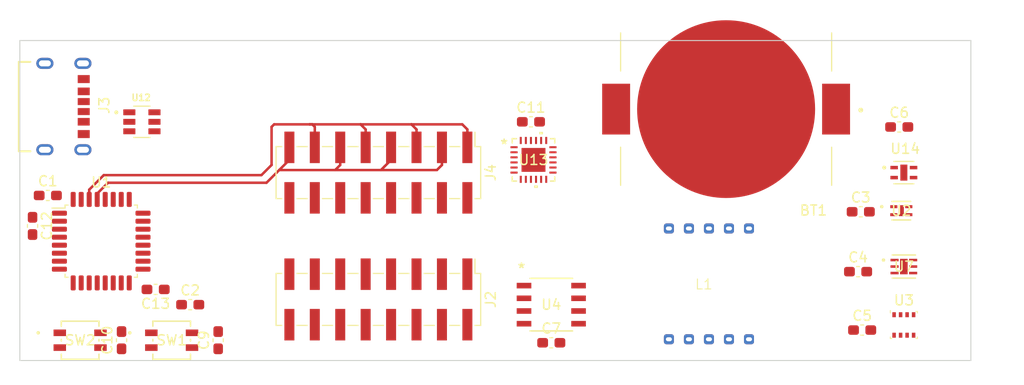
<source format=kicad_pcb>
(kicad_pcb (version 20221018) (generator pcbnew)
  (layers (0 "F.Cu" signal) (31 "B.Cu" signal) (34 "B.Paste" user) (35 "F.Paste" user) (36 "B.SilkS" user "B.Silkscreen") (37 "F.SilkS" user "F.Silkscreen") (38 "B.Mask" user) (39 "F.Mask" user) (44 "Edge.Cuts" user))
  (net 0 "")
  (net 1 "V_BUS_3V")
  (net 4 "BTN_0")
  (net 5 "GND")
  (net 13 "SDA_1")
  (net 14 "SCL_1")
  (net 15 "CS_1")
  (net 16 "CS_2")
  (net 17 "SCK_1")
  (net 18 "SDI_1")
  (net 19 "SDO_1")
  (net 20 "Net-(J2-Pin_2)")
  (net 21 "Net-(J2-Pin_4)")
  (net 22 "Net-(J2-Pin_6)")
  (net 23 "Net-(J2-Pin_8)")
  (net 24 "Net-(J2-Pin_10)")
  (net 25 "Net-(J2-Pin_14)")
  (net 26 "Net-(J2-Pin_12)")
  (net 27 "Net-(J2-Pin_16)")
  (net 28 "Net-(J3-GND-PadA12)")
  (net 29 "Net-(J3-VBUS-PadA9)")
  (net 32 "Net-(J3-SHIELD-PadS1)")
  (net 63 "BTN_1")
  (net 75 "Net-(J4-Pin_10)")
  (net 76 "Net-(J4-Pin_12)")
  (net 77 "Net-(J4-Pin_16)")
  (net 78 "Net-(J4-Pin_14)")
  (net 79 "Net-(J4-Pin_4)")
  (net 80 "Net-(J4-Pin_2)")
  (net 89 "Net-(J4-Pin_6)")
  (net 90 "Net-(J4-Pin_8)")
  (net 94 "NRST")
  (footprint "Capacitor_SMD:C_0603_1608Metric_Pad1.08x0.95mm_HandSolder" (layer "F.Cu") (at 112.0786 123.952)
    (fp_text reference "C5" (at 0 -1.43) (layer "F.SilkS"))
    (fp_text value "0.1uF")
    (pad "1" smd roundrect (at -0.8625 0) (size 1.075 0.95) (layers "F.Cu" "F.Paste" "F.Mask") (net 5 "GND"))
    (pad "2" smd roundrect (at 0.8625 0) (size 1.075 0.95) (layers "F.Cu" "F.Paste" "F.Mask") (net 1 "V_BUS_3V"))
  )
  (footprint "STTS22HTR:UDFN-6L_2X2X0P5_STM" (layer "F.Cu") (at 116.2431 117.602)
    (fp_text reference "U7" (at 0 0 unlocked) (layer "F.SilkS"))
    (fp_text value "STTS22HTR")
    (pad "1" smd rect (at -0.9271 -0.649999) (size 0.8128 0.254) (layers "F.Cu" "F.Paste" "F.Mask") (net 77 "Net-(J4-Pin_16)"))
    (pad "2" smd rect (at -0.9271 0) (size 0.8128 0.254) (layers "F.Cu" "F.Paste" "F.Mask"))
    (pad "3" smd rect (at -0.9271 0.649999) (size 0.8128 0.254) (layers "F.Cu" "F.Paste" "F.Mask") (net 1 "V_BUS_3V"))
    (pad "4" smd rect (at 0.9271 0.649999) (size 0.8128 0.254) (layers "F.Cu" "F.Paste" "F.Mask"))
    (pad "5" smd rect (at 0.9271 0) (size 0.8128 0.254) (layers "F.Cu" "F.Paste" "F.Mask") (net 5 "GND"))
    (pad "6" smd rect (at 0.9271 -0.649999) (size 0.8128 0.254) (layers "F.Cu" "F.Paste" "F.Mask") (net 78 "Net-(J4-Pin_14)"))
    (pad "7" smd rect (at 0 0) (size 0.762 1.5494) (layers "F.Cu" "F.Paste" "F.Mask"))
  )
  (footprint "SHT4x_SEN:SHT4x_SEN" (layer "F.Cu") (at 115.9891 112.014)
    (fp_text reference "U2" (at 0 0 unlocked) (layer "F.SilkS"))
    (fp_text value "SHT40-AD1B-R2")
    (pad "1" smd rect (at -0.7493 -0.399999) (size 0.7112 0.3048) (layers "F.Cu" "F.Paste" "F.Mask") (net 75 "Net-(J4-Pin_10)"))
    (pad "2" smd rect (at -0.7493 0.399999) (size 0.7112 0.3048) (layers "F.Cu" "F.Paste" "F.Mask") (net 76 "Net-(J4-Pin_12)"))
    (pad "3" smd rect (at 0.7493 0.399999) (size 0.7112 0.3048) (layers "F.Cu" "F.Paste" "F.Mask") (net 1 "V_BUS_3V"))
    (pad "4" smd rect (at 0.7493 -0.399999) (size 0.7112 0.3048) (layers "F.Cu" "F.Paste" "F.Mask") (net 5 "GND"))
    (pad "5" smd rect (at 0 0) (size 0.508 1.0922) (layers "F.Cu" "F.Paste" "F.Mask"))
  )
  (footprint "Capacitor_SMD:C_0603_1608Metric_Pad1.08x0.95mm_HandSolder" (layer "F.Cu") (at 111.9378 112.122001)
    (fp_text reference "C3" (at 0 -1.43) (layer "F.SilkS"))
    (fp_text value "0.1uF")
    (pad "1" smd roundrect (at -0.8625 0) (size 1.075 0.95) (layers "F.Cu" "F.Paste" "F.Mask") (net 1 "V_BUS_3V"))
    (pad "2" smd roundrect (at 0.8625 0) (size 1.075 0.95) (layers "F.Cu" "F.Paste" "F.Mask") (net 5 "GND"))
  )
  (footprint "Capacitor_SMD:C_0603_1608Metric_Pad1.08x0.95mm_HandSolder" (layer "F.Cu") (at 41.5025 119.888 180)
    (fp_text reference "C13" (at 0 -1.43) (layer "F.SilkS"))
    (fp_text value "0.1uF")
    (pad "1" smd roundrect (at -0.8625 0 180) (size 1.075 0.95) (layers "F.Cu" "F.Paste" "F.Mask") (net 5 "GND"))
    (pad "2" smd roundrect (at 0.8625 0 180) (size 1.075 0.95) (layers "F.Cu" "F.Paste" "F.Mask") (net 1 "V_BUS_3V"))
  )
  (footprint "Connector_PinHeader_2.54mm:PinHeader_2x08_P2.54mm_Vertical_SMD" (layer "F.Cu") (at 63.754 120.889 -90)
    (fp_text reference "J2" (at 0 -11.22 90) (layer "F.SilkS"))
    (fp_text value "Conn_02x08_Odd_Even")
    (pad "1" smd rect (at -2.525 -8.89 270) (size 3.15 1) (layers "F.Cu" "F.Paste" "F.Mask") (net 15 "CS_1"))
    (pad "2" smd rect (at 2.525 -8.89 270) (size 3.15 1) (layers "F.Cu" "F.Paste" "F.Mask") (net 20 "Net-(J2-Pin_2)"))
    (pad "3" smd rect (at -2.525 -6.35 270) (size 3.15 1) (layers "F.Cu" "F.Paste" "F.Mask") (net 18 "SDI_1"))
    (pad "4" smd rect (at 2.525 -6.35 270) (size 3.15 1) (layers "F.Cu" "F.Paste" "F.Mask") (net 21 "Net-(J2-Pin_4)"))
    (pad "5" smd rect (at -2.525 -3.81 270) (size 3.15 1) (layers "F.Cu" "F.Paste" "F.Mask") (net 19 "SDO_1"))
    (pad "6" smd rect (at 2.525 -3.81 270) (size 3.15 1) (layers "F.Cu" "F.Paste" "F.Mask") (net 22 "Net-(J2-Pin_6)"))
    (pad "7" smd rect (at -2.525 -1.27 270) (size 3.15 1) (layers "F.Cu" "F.Paste" "F.Mask") (net 17 "SCK_1"))
    (pad "8" smd rect (at 2.525 -1.27 270) (size 3.15 1) (layers "F.Cu" "F.Paste" "F.Mask") (net 23 "Net-(J2-Pin_8)"))
    (pad "9" smd rect (at -2.525 1.27 270) (size 3.15 1) (layers "F.Cu" "F.Paste" "F.Mask") (net 16 "CS_2"))
    (pad "10" smd rect (at 2.525 1.27 270) (size 3.15 1) (layers "F.Cu" "F.Paste" "F.Mask") (net 24 "Net-(J2-Pin_10)"))
    (pad "11" smd rect (at -2.525 3.81 270) (size 3.15 1) (layers "F.Cu" "F.Paste" "F.Mask") (net 18 "SDI_1"))
    (pad "12" smd rect (at 2.525 3.81 270) (size 3.15 1) (layers "F.Cu" "F.Paste" "F.Mask") (net 26 "Net-(J2-Pin_12)"))
    (pad "13" smd rect (at -2.525 6.35 270) (size 3.15 1) (layers "F.Cu" "F.Paste" "F.Mask") (net 19 "SDO_1"))
    (pad "14" smd rect (at 2.525 6.35 270) (size 3.15 1) (layers "F.Cu" "F.Paste" "F.Mask") (net 25 "Net-(J2-Pin_14)"))
    (pad "15" smd rect (at -2.525 8.89 270) (size 3.15 1) (layers "F.Cu" "F.Paste" "F.Mask") (net 17 "SCK_1"))
    (pad "16" smd rect (at 2.525 8.89 270) (size 3.15 1) (layers "F.Cu" "F.Paste" "F.Mask") (net 27 "Net-(J2-Pin_16)"))
  )
  (footprint "Capacitor_SMD:C_0603_1608Metric_Pad1.08x0.95mm_HandSolder" (layer "F.Cu") (at 111.6711 118.11)
    (fp_text reference "C4" (at 0 -1.43) (layer "F.SilkS"))
    (fp_text value "0.1uF")
    (pad "1" smd roundrect (at -0.8625 0) (size 1.075 0.95) (layers "F.Cu" "F.Paste" "F.Mask") (net 5 "GND"))
    (pad "2" smd roundrect (at 0.8625 0) (size 1.075 0.95) (layers "F.Cu" "F.Paste" "F.Mask") (net 1 "V_BUS_3V"))
  )
  (footprint "usb tvs:SOT95P280X145-6N" (layer "F.Cu") (at 40.132 103.124)
    (fp_text reference "U12" (at -0.078 -2.4189) (layer "F.SilkS") (effects (font (size 0.64 0.64))))
    (fp_text value "USBLC6-2SC6")
    (pad "1" smd roundrect (at -1.255 -0.95) (size 1.21 0.59) (layers "F.Cu" "F.Paste" "F.Mask") (roundrect_rratio 0.07))
    (pad "2" smd roundrect (at -1.255 0) (size 1.21 0.59) (layers "F.Cu" "F.Paste" "F.Mask") (roundrect_rratio 0.07))
    (pad "3" smd roundrect (at -1.255 0.95) (size 1.21 0.59) (layers "F.Cu" "F.Paste" "F.Mask") (roundrect_rratio 0.07))
    (pad "4" smd roundrect (at 1.255 0.95) (size 1.21 0.59) (layers "F.Cu" "F.Paste" "F.Mask") (roundrect_rratio 0.07))
    (pad "5" smd roundrect (at 1.255 0) (size 1.21 0.59) (layers "F.Cu" "F.Paste" "F.Mask") (roundrect_rratio 0.07))
    (pad "6" smd roundrect (at 1.255 -0.95) (size 1.21 0.59) (layers "F.Cu" "F.Paste" "F.Mask") (roundrect_rratio 0.07))
  )
  (footprint "Capacitor_SMD:C_0603_1608Metric_Pad1.08x0.95mm_HandSolder" (layer "F.Cu") (at 29.21 113.538 -90)
    (fp_text reference "C12" (at 0 -1.43 90) (layer "F.SilkS"))
    (fp_text value "0.1uF")
    (pad "1" smd roundrect (at -0.8625 0 270) (size 1.075 0.95) (layers "F.Cu" "F.Paste" "F.Mask") (net 5 "GND"))
    (pad "2" smd roundrect (at 0.8625 0 270) (size 1.075 0.95) (layers "F.Cu" "F.Paste" "F.Mask") (net 1 "V_BUS_3V"))
  )
  (footprint "BK-912-TR:MPD_BK-912-TR" (layer "F.Cu") (at 98.489 101.854 180)
    (fp_text reference "BT1" (at -8.725 -10.135 180) (layer "F.SilkS"))
    (fp_text value "BK-912-TR")
    (pad "1" smd rect (at -10.985 0 180) (size 2.79 5.08) (layers "F.Cu" "F.Paste" "F.Mask") (net 1 "V_BUS_3V"))
    (pad "2" smd rect (at 10.985 0 180) (size 2.79 5.08) (layers "F.Cu" "F.Paste" "F.Mask") (net 1 "V_BUS_3V"))
    (pad "3" smd circle (at 0 0 180) (size 17.78 17.78) (layers "F.Cu" "F.Paste" "F.Mask") (net 5 "GND"))
  )
  (footprint "SHT3:SON100P200X200X80-5N" (layer "F.Cu") (at 116.2431 108.204)
    (fp_text reference "U14" (at 0.138 -2.386) (layer "F.SilkS"))
    (fp_text value "SHTC3")
    (pad "1" smd roundrect (at -0.97 -0.5) (size 0.75 0.35) (layers "F.Cu" "F.Paste" "F.Mask") (roundrect_rratio 0.04) (net 1 "V_BUS_3V"))
    (pad "2" smd roundrect (at -0.97 0.5) (size 0.75 0.35) (layers "F.Cu" "F.Paste" "F.Mask") (roundrect_rratio 0.04) (net 90 "Net-(J4-Pin_8)"))
    (pad "3" smd roundrect (at 0.97 0.5) (size 0.75 0.35) (layers "F.Cu" "F.Paste" "F.Mask") (roundrect_rratio 0.04) (net 89 "Net-(J4-Pin_6)"))
    (pad "4" smd roundrect (at 0.97 -0.5) (size 0.75 0.35) (layers "F.Cu" "F.Paste" "F.Mask") (roundrect_rratio 0.04) (net 5 "GND"))
    (pad "5" smd rect (at 0 0) (size 0.7 1.6) (layers "F.Cu" "F.Paste" "F.Mask"))
  )
  (footprint "Capacitor_SMD:C_0603_1608Metric_Pad1.08x0.95mm_HandSolder" (layer "F.Cu") (at 81.026 125.222)
    (fp_text reference "C7" (at 0 -1.43) (layer "F.SilkS"))
    (fp_text value "0.1uF")
    (pad "1" smd roundrect (at -0.8625 0) (size 1.075 0.95) (layers "F.Cu" "F.Paste" "F.Mask") (net 5 "GND"))
    (pad "2" smd roundrect (at 0.8625 0) (size 1.075 0.95) (layers "F.Cu" "F.Paste" "F.Mask") (net 1 "V_BUS_3V"))
  )
  (footprint "Package_LGA:Bosch_LGA-8_2.5x2.5mm_P0.65mm_ClockwisePinNumbering" (layer "F.Cu") (at 116.2431 123.444)
    (fp_text reference "U3" (at 0.015 -2.465) (layer "F.SilkS"))
    (fp_text value "BME280")
    (pad "1" smd rect (at -0.975 -1.025 90) (size 0.5 0.35) (layers "F.Cu" "F.Paste" "F.Mask") (net 5 "GND"))
    (pad "2" smd rect (at -0.325 -1.025 90) (size 0.5 0.35) (layers "F.Cu" "F.Paste" "F.Mask") (net 20 "Net-(J2-Pin_2)"))
    (pad "3" smd rect (at 0.325 -1.025 90) (size 0.5 0.35) (layers "F.Cu" "F.Paste" "F.Mask") (net 21 "Net-(J2-Pin_4)"))
    (pad "4" smd rect (at 0.975 -1.025 90) (size 0.5 0.35) (layers "F.Cu" "F.Paste" "F.Mask") (net 22 "Net-(J2-Pin_6)"))
    (pad "5" smd rect (at 0.975 1.025 90) (size 0.5 0.35) (layers "F.Cu" "F.Paste" "F.Mask") (net 23 "Net-(J2-Pin_8)"))
    (pad "6" smd rect (at 0.325 1.025 90) (size 0.5 0.35) (layers "F.Cu" "F.Paste" "F.Mask"))
    (pad "7" smd rect (at -0.325 1.025 90) (size 0.5 0.35) (layers "F.Cu" "F.Paste" "F.Mask") (net 5 "GND"))
    (pad "8" smd rect (at -0.975 1.025 90) (size 0.5 0.35) (layers "F.Cu" "F.Paste" "F.Mask") (net 1 "V_BUS_3V"))
  )
  (footprint "Capacitor_SMD:C_0603_1608Metric_Pad1.08x0.95mm_HandSolder" (layer "F.Cu") (at 30.734 110.49)
    (fp_text reference "C1" (at 0 -1.43) (layer "F.SilkS"))
    (fp_text value "0.1uF")
    (pad "1" smd roundrect (at -0.8625 0) (size 1.075 0.95) (layers "F.Cu" "F.Paste" "F.Mask") (net 1 "V_BUS_3V"))
    (pad "2" smd roundrect (at 0.8625 0) (size 1.075 0.95) (layers "F.Cu" "F.Paste" "F.Mask") (net 5 "GND"))
  )
  (footprint "Library:lcd_ebay" (layer "F.Cu") (at 94.774 118.872)
    (fp_text reference "L1" (at 1.492 0.508 unlocked) (layer "F.SilkS") (effects (font (thickness 0.1))))
    (fp_text value "~")
    (pad "1" thru_hole roundrect (at -2 6) (size 1 1) (drill oval 0.6 0.4) (layers "*.Cu" "*.Mask"))
    (pad "2" thru_hole roundrect (at 0 6) (size 1 1) (drill oval 0.6 0.4) (layers "*.Cu" "*.Mask"))
    (pad "3" thru_hole roundrect (at 2 6) (size 1 1) (drill oval 0.6 0.4) (layers "*.Cu" "*.Mask"))
    (pad "4" thru_hole roundrect (at 4 6) (size 1 1) (drill oval 0.6 0.4) (layers "*.Cu" "*.Mask"))
    (pad "5" thru_hole roundrect (at 6 6) (size 1 1) (drill oval 0.6 0.4) (layers "*.Cu" "*.Mask"))
    (pad "6" thru_hole roundrect (at 6 -5.08) (size 1 1) (drill oval 0.6 0.4) (layers "*.Cu" "*.Mask"))
    (pad "7" thru_hole roundrect (at 4 -5.08) (size 1 1) (drill oval 0.6 0.4) (layers "*.Cu" "*.Mask"))
    (pad "8" thru_hole roundrect (at 2 -5.08) (size 1 1) (drill oval 0.6 0.4) (layers "*.Cu" "*.Mask"))
    (pad "9" thru_hole roundrect (at 0 -5.08) (size 1 1) (drill oval 0.6 0.4) (layers "*.Cu" "*.Mask"))
    (pad "10" thru_hole roundrect (at -2 -5.08) (size 1 1) (drill oval 0.6 0.4) (layers "*.Cu" "*.Mask"))
  )
  (footprint "Capacitor_SMD:C_0603_1608Metric_Pad1.08x0.95mm_HandSolder" (layer "F.Cu") (at 44.958 121.412)
    (fp_text reference "C2" (at 0 -1.43) (layer "F.SilkS"))
    (fp_text value "0.1uF")
    (pad "1" smd roundrect (at -0.8625 0) (size 1.075 0.95) (layers "F.Cu" "F.Paste" "F.Mask") (net 1 "V_BUS_3V"))
    (pad "2" smd roundrect (at 0.8625 0) (size 1.075 0.95) (layers "F.Cu" "F.Paste" "F.Mask") (net 5 "GND"))
  )
  (footprint "Capacitor_SMD:C_0603_1608Metric_Pad1.08x0.95mm_HandSolder" (layer "F.Cu") (at 78.994 103.124)
    (fp_text reference "C11" (at 0 -1.43) (layer "F.SilkS"))
    (fp_text value "0.1uF")
    (pad "1" smd roundrect (at -0.8625 0) (size 1.075 0.95) (layers "F.Cu" "F.Paste" "F.Mask") (net 5 "GND"))
    (pad "2" smd roundrect (at 0.8625 0) (size 1.075 0.95) (layers "F.Cu" "F.Paste" "F.Mask") (net 1 "V_BUS_3V"))
  )
  (footprint "sst25vf5:SOIC8_SA_SST_MCH" (layer "F.Cu") (at 81.026 121.412)
    (fp_text reference "U4" (at 0 0 unlocked) (layer "F.SilkS"))
    (fp_text value "sst25vf512a-33-4c-sae")
    (fp_text user "*" (at -2.97815 -3.6068) (layer "F.SilkS"))
    (fp_text user "*" (at -2.97815 -3.6068 unlocked) (layer "F.SilkS"))
    (pad "1" smd rect (at -2.72415 -1.905) (size 1.4605 0.5588) (layers "F.Cu" "F.Paste" "F.Mask") (net 24 "Net-(J2-Pin_10)"))
    (pad "2" smd rect (at -2.72415 -0.635) (size 1.4605 0.5588) (layers "F.Cu" "F.Paste" "F.Mask") (net 25 "Net-(J2-Pin_14)"))
    (pad "3" smd rect (at -2.72415 0.635) (size 1.4605 0.5588) (layers "F.Cu" "F.Paste" "F.Mask"))
    (pad "4" smd rect (at -2.72415 1.905) (size 1.4605 0.5588) (layers "F.Cu" "F.Paste" "F.Mask") (net 5 "GND"))
    (pad "5" smd rect (at 2.72415 1.905) (size 1.4605 0.5588) (layers "F.Cu" "F.Paste" "F.Mask") (net 26 "Net-(J2-Pin_12)"))
    (pad "6" smd rect (at 2.72415 0.635) (size 1.4605 0.5588) (layers "F.Cu" "F.Paste" "F.Mask") (net 27 "Net-(J2-Pin_16)"))
    (pad "7" smd rect (at 2.72415 -0.635) (size 1.4605 0.5588) (layers "F.Cu" "F.Paste" "F.Mask"))
    (pad "8" smd rect (at 2.72415 -1.905) (size 1.4605 0.5588) (layers "F.Cu" "F.Paste" "F.Mask") (net 1 "V_BUS_3V"))
  )
  (footprint "button EVQ:EVQ_P7_PAN" (layer "F.Cu") (at 43.1072 124.968)
    (fp_text reference "SW1" (at 0 0 unlocked) (layer "F.SilkS"))
    (fp_text value "EVQ-P7A01P")
    (pad "1" smd rect (at -2.032 -0.740001) (size 1.2446 0.6604) (layers "F.Cu" "F.Paste" "F.Mask") (net 4 "BTN_0"))
    (pad "1*" smd rect (at 2.032 -0.740001) (size 1.2446 0.6604) (layers "F.Cu" "F.Paste" "F.Mask") (net 1 "V_BUS_3V"))
    (pad "2" smd rect (at -2.032 0.740001) (size 1.2446 0.6604) (layers "F.Cu" "F.Paste" "F.Mask") (net 5 "GND"))
    (pad "2*" smd rect (at 2.032 0.740001) (size 1.2446 0.6604) (layers "F.Cu" "F.Paste" "F.Mask") (net 5 "GND"))
  )
  (footprint "Capacitor_SMD:C_0603_1608Metric_Pad1.08x0.95mm_HandSolder" (layer "F.Cu") (at 47.752 124.968 90)
    (fp_text reference "C9" (at 0 -1.43 90) (layer "F.SilkS"))
    (fp_text value "0.1uF")
    (pad "1" smd roundrect (at -0.8625 0 90) (size 1.075 0.95) (layers "F.Cu" "F.Paste" "F.Mask") (net 5 "GND"))
    (pad "2" smd roundrect (at 0.8625 0 90) (size 1.075 0.95) (layers "F.Cu" "F.Paste" "F.Mask") (net 1 "V_BUS_3V"))
  )
  (footprint "usb con:GCT_USB4125-GF-A_REVA2" (layer "F.Cu") (at 31.242 101.6 -90)
    (fp_text reference "J3" (at -0.125 -5.135 -90) (layer "F.SilkS"))
    (fp_text value "USB4125-GF-A_REVA2")
    (fp_poly (pts (xy -4.32 -3.85) (xy -4.349 -3.849) (xy -4.377 -3.847) (xy -4.406 -3.843) (xy -4.434 -3.838) (xy -4.462 -3.831) (xy -4.49 -3.823) (xy -4.517 -3.813) (xy -4.544 -3.802) (xy -4.57 -3.79) (xy -4.595 -3.776) (xy -4.62 -3.761) (xy -4.643 -3.745) (xy -4.666 -3.727) (xy -4.688 -3.709) (xy -4.709 -3.689) (xy -4.729 -3.668) (xy -4.747 -3.646) (xy -4.765 -3.623) (xy -4.781 -3.6) (xy -4.796 -3.575) (xy -4.81 -3.55) (xy -4.822 -3.524) (xy -4.833 -3.497) (xy -4.843 -3.47) (xy -4.851 -3.442) (xy -4.858 -3.414) (xy -4.863 -3.386) (xy -4.867 -3.357) (xy -4.869 -3.329) (xy -4.87 -3.3) (xy -4.87 -2.7) (xy -4.869 -2.671) (xy -4.867 -2.643) (xy -4.863 -2.614) (xy -4.858 -2.586) (xy -4.851 -2.558) (xy -4.843 -2.53) (xy -4.833 -2.503) (xy -4.822 -2.476) (xy -4.81 -2.45) (xy -4.796 -2.425) (xy -4.781 -2.4) (xy -4.765 -2.377) (xy -4.747 -2.354) (xy -4.729 -2.332) (xy -4.709 -2.311) (xy -4.688 -2.291) (xy -4.666 -2.273) (xy -4.643 -2.255) (xy -4.62 -2.239) (xy -4.595 -2.224) (xy -4.57 -2.21) (xy -4.544 -2.198) (xy -4.517 -2.187) (xy -4.49 -2.177) (xy -4.462 -2.169) (xy -4.434 -2.162) (xy -4.406 -2.157) (xy -4.377 -2.153) (xy -4.349 -2.151) (xy -4.32 -2.15) (xy -4.291 -2.151) (xy -4.263 -2.153) (xy -4.234 -2.157) (xy -4.206 -2.162) (xy -4.178 -2.169) (xy -4.15 -2.177) (xy -4.123 -2.187) (xy -4.096 -2.198) (xy -4.07 -2.21) (xy -4.045 -2.224) (xy -4.02 -2.239) (xy -3.997 -2.255) (xy -3.974 -2.273) (xy -3.952 -2.291) (xy -3.931 -2.311) (xy -3.911 -2.332) (xy -3.893 -2.354) (xy -3.875 -2.377) (xy -3.859 -2.4) (xy -3.844 -2.425) (xy -3.83 -2.45) (xy -3.818 -2.476) (xy -3.807 -2.503) (xy -3.797 -2.53) (xy -3.789 -2.558) (xy -3.782 -2.586) (xy -3.777 -2.614) (xy -3.773 -2.643) (xy -3.771 -2.671) (xy -3.77 -2.7) (xy -3.77 -3.3) (xy -3.771 -3.329) (xy -3.773 -3.357) (xy -3.777 -3.386) (xy -3.782 -3.414) (xy -3.789 -3.442) (xy -3.797 -3.47) (xy -3.807 -3.497) (xy -3.818 -3.524) (xy -3.83 -3.55) (xy -3.844 -3.575) (xy -3.859 -3.6) (xy -3.875 -3.623) (xy -3.893 -3.646) (xy -3.911 -3.668) (xy -3.931 -3.689) (xy -3.952 -3.709) (xy -3.974 -3.727) (xy -3.997 -3.745) (xy -4.02 -3.761) (xy -4.045 -3.776) (xy -4.07 -3.79) (xy -4.096 -3.802) (xy -4.123 -3.813) (xy -4.15 -3.823) (xy -4.178 -3.831) (xy -4.206 -3.838) (xy -4.234 -3.843) (xy -4.263 -3.847) (xy -4.291 -3.849) (xy -4.32 -3.85)) (stroke (width 0.01)) (fill solid) (layer "F.Cu"))
    (fp_poly (pts (xy -4.32 -0.05) (xy -4.349 -0.049) (xy -4.377 -0.047) (xy -4.406 -0.043) (xy -4.434 -0.038) (xy -4.462 -0.031) (xy -4.49 -0.023) (xy -4.517 -0.013) (xy -4.544 -0.002) (xy -4.57 0.01) (xy -4.595 0.024) (xy -4.62 0.039) (xy -4.643 0.055) (xy -4.666 0.073) (xy -4.688 0.091) (xy -4.709 0.111) (xy -4.729 0.132) (xy -4.747 0.154) (xy -4.765 0.177) (xy -4.781 0.2) (xy -4.796 0.225) (xy -4.81 0.25) (xy -4.822 0.276) (xy -4.833 0.303) (xy -4.843 0.33) (xy -4.851 0.358) (xy -4.858 0.386) (xy -4.863 0.414) (xy -4.867 0.443) (xy -4.869 0.471) (xy -4.87 0.5) (xy -4.87 1.1) (xy -4.869 1.129) (xy -4.867 1.157) (xy -4.863 1.186) (xy -4.858 1.214) (xy -4.851 1.242) (xy -4.843 1.27) (xy -4.833 1.297) (xy -4.822 1.324) (xy -4.81 1.35) (xy -4.796 1.375) (xy -4.781 1.4) (xy -4.765 1.423) (xy -4.747 1.446) (xy -4.729 1.468) (xy -4.709 1.489) (xy -4.688 1.509) (xy -4.666 1.527) (xy -4.643 1.545) (xy -4.62 1.561) (xy -4.595 1.576) (xy -4.57 1.59) (xy -4.544 1.602) (xy -4.517 1.613) (xy -4.49 1.623) (xy -4.462 1.631) (xy -4.434 1.638) (xy -4.406 1.643) (xy -4.377 1.647) (xy -4.349 1.649) (xy -4.32 1.65) (xy -4.291 1.649) (xy -4.263 1.647) (xy -4.234 1.643) (xy -4.206 1.638) (xy -4.178 1.631) (xy -4.15 1.623) (xy -4.123 1.613) (xy -4.096 1.602) (xy -4.07 1.59) (xy -4.045 1.576) (xy -4.02 1.561) (xy -3.997 1.545) (xy -3.974 1.527) (xy -3.952 1.509) (xy -3.931 1.489) (xy -3.911 1.468) (xy -3.893 1.446) (xy -3.875 1.423) (xy -3.859 1.4) (xy -3.844 1.375) (xy -3.83 1.35) (xy -3.818 1.324) (xy -3.807 1.297) (xy -3.797 1.27) (xy -3.789 1.242) (xy -3.782 1.214) (xy -3.777 1.186) (xy -3.773 1.157) (xy -3.771 1.129) (xy -3.77 1.1) (xy -3.77 0.5) (xy -3.771 0.471) (xy -3.773 0.443) (xy -3.777 0.414) (xy -3.782 0.386) (xy -3.789 0.358) (xy -3.797 0.33) (xy -3.807 0.303) (xy -3.818 0.276) (xy -3.83 0.25) (xy -3.844 0.225) (xy -3.859 0.2) (xy -3.875 0.177) (xy -3.893 0.154) (xy -3.911 0.132) (xy -3.931 0.111) (xy -3.952 0.091) (xy -3.974 0.073) (xy -3.997 0.055) (xy -4.02 0.039) (xy -4.045 0.024) (xy -4.07 0.01) (xy -4.096 -0.002) (xy -4.123 -0.013) (xy -4.15 -0.023) (xy -4.178 -0.031) (xy -4.206 -0.038) (xy -4.234 -0.043) (xy -4.263 -0.047) (xy -4.291 -0.049) (xy -4.32 -0.05)) (stroke (width 0.01)) (fill solid) (layer "F.Cu"))
    (fp_poly (pts (xy 4.32 -3.85) (xy 4.291 -3.849) (xy 4.263 -3.847) (xy 4.234 -3.843) (xy 4.206 -3.838) (xy 4.178 -3.831) (xy 4.15 -3.823) (xy 4.123 -3.813) (xy 4.096 -3.802) (xy 4.07 -3.79) (xy 4.045 -3.776) (xy 4.02 -3.761) (xy 3.997 -3.745) (xy 3.974 -3.727) (xy 3.952 -3.709) (xy 3.931 -3.689) (xy 3.911 -3.668) (xy 3.893 -3.646) (xy 3.875 -3.623) (xy 3.859 -3.6) (xy 3.844 -3.575) (xy 3.83 -3.55) (xy 3.818 -3.524) (xy 3.807 -3.497) (xy 3.797 -3.47) (xy 3.789 -3.442) (xy 3.782 -3.414) (xy 3.777 -3.386) (xy 3.773 -3.357) (xy 3.771 -3.329) (xy 3.77 -3.3) (xy 3.77 -2.7) (xy 3.771 -2.671) (xy 3.773 -2.643) (xy 3.777 -2.614) (xy 3.782 -2.586) (xy 3.789 -2.558) (xy 3.797 -2.53) (xy 3.807 -2.503) (xy 3.818 -2.476) (xy 3.83 -2.45) (xy 3.844 -2.425) (xy 3.859 -2.4) (xy 3.875 -2.377) (xy 3.893 -2.354) (xy 3.911 -2.332) (xy 3.931 -2.311) (xy 3.952 -2.291) (xy 3.974 -2.273) (xy 3.997 -2.255) (xy 4.02 -2.239) (xy 4.045 -2.224) (xy 4.07 -2.21) (xy 4.096 -2.198) (xy 4.123 -2.187) (xy 4.15 -2.177) (xy 4.178 -2.169) (xy 4.206 -2.162) (xy 4.234 -2.157) (xy 4.263 -2.153) (xy 4.291 -2.151) (xy 4.32 -2.15) (xy 4.349 -2.151) (xy 4.377 -2.153) (xy 4.406 -2.157) (xy 4.434 -2.162) (xy 4.462 -2.169) (xy 4.49 -2.177) (xy 4.517 -2.187) (xy 4.544 -2.198) (xy 4.57 -2.21) (xy 4.595 -2.224) (xy 4.62 -2.239) (xy 4.643 -2.255) (xy 4.666 -2.273) (xy 4.688 -2.291) (xy 4.709 -2.311) (xy 4.729 -2.332) (xy 4.747 -2.354) (xy 4.765 -2.377) (xy 4.781 -2.4) (xy 4.796 -2.425) (xy 4.81 -2.45) (xy 4.822 -2.476) (xy 4.833 -2.503) (xy 4.843 -2.53) (xy 4.851 -2.558) (xy 4.858 -2.586) (xy 4.863 -2.614) (xy 4.867 -2.643) (xy 4.869 -2.671) (xy 4.87 -2.7) (xy 4.87 -3.3) (xy 4.869 -3.329) (xy 4.867 -3.357) (xy 4.863 -3.386) (xy 4.858 -3.414) (xy 4.851 -3.442) (xy 4.843 -3.47) (xy 4.833 -3.497) (xy 4.822 -3.524) (xy 4.81 -3.55) (xy 4.796 -3.575) (xy 4.781 -3.6) (xy 4.765 -3.623) (xy 4.747 -3.646) (xy 4.729 -3.668) (xy 4.709 -3.689) (xy 4.688 -3.709) (xy 4.666 -3.727) (xy 4.643 -3.745) (xy 4.62 -3.761) (xy 4.595 -3.776) (xy 4.57 -3.79) (xy 4.544 -3.802) (xy 4.517 -3.813) (xy 4.49 -3.823) (xy 4.462 -3.831) (xy 4.434 -3.838) (xy 4.406 -3.843) (xy 4.377 -3.847) (xy 4.349 -3.849) (xy 4.32 -3.85)) (stroke (width 0.01)) (fill solid) (layer "F.Cu"))
    (fp_poly (pts (xy 4.32 -0.05) (xy 4.291 -0.049) (xy 4.263 -0.047) (xy 4.234 -0.043) (xy 4.206 -0.038) (xy 4.178 -0.031) (xy 4.15 -0.023) (xy 4.123 -0.013) (xy 4.096 -0.002) (xy 4.07 0.01) (xy 4.045 0.024) (xy 4.02 0.039) (xy 3.997 0.055) (xy 3.974 0.073) (xy 3.952 0.091) (xy 3.931 0.111) (xy 3.911 0.132) (xy 3.893 0.154) (xy 3.875 0.177) (xy 3.859 0.2) (xy 3.844 0.225) (xy 3.83 0.25) (xy 3.818 0.276) (xy 3.807 0.303) (xy 3.797 0.33) (xy 3.789 0.358) (xy 3.782 0.386) (xy 3.777 0.414) (xy 3.773 0.443) (xy 3.771 0.471) (xy 3.77 0.5) (xy 3.77 1.1) (xy 3.771 1.129) (xy 3.773 1.157) (xy 3.777 1.186) (xy 3.782 1.214) (xy 3.789 1.242) (xy 3.797 1.27) (xy 3.807 1.297) (xy 3.818 1.324) (xy 3.83 1.35) (xy 3.844 1.375) (xy 3.859 1.4) (xy 3.875 1.423) (xy 3.893 1.446) (xy 3.911 1.468) (xy 3.931 1.489) (xy 3.952 1.509) (xy 3.974 1.527) (xy 3.997 1.545) (xy 4.02 1.561) (xy 4.045 1.576) (xy 4.07 1.59) (xy 4.096 1.602) (xy 4.123 1.613) (xy 4.15 1.623) (xy 4.178 1.631) (xy 4.206 1.638) (xy 4.234 1.643) (xy 4.263 1.647) (xy 4.291 1.649) (xy 4.32 1.65) (xy 4.349 1.649) (xy 4.377 1.647) (xy 4.406 1.643) (xy 4.434 1.638) (xy 4.462 1.631) (xy 4.49 1.623) (xy 4.517 1.613) (xy 4.544 1.602) (xy 4.57 1.59) (xy 4.595 1.576) (xy 4.62 1.561) (xy 4.643 1.545) (xy 4.666 1.527) (xy 4.688 1.509) (xy 4.709 1.489) (xy 4.729 1.468) (xy 4.747 1.446) (xy 4.765 1.423) (xy 4.781 1.4) (xy 4.796 1.375) (xy 4.81 1.35) (xy 4.822 1.324) (xy 4.833 1.297) (xy 4.843 1.27) (xy 4.851 1.242) (xy 4.858 1.214) (xy 4.863 1.186) (xy 4.867 1.157) (xy 4.869 1.129) (xy 4.87 1.1) (xy 4.87 0.5) (xy 4.869 0.471) (xy 4.867 0.443) (xy 4.863 0.414) (xy 4.858 0.386) (xy 4.851 0.358) (xy 4.843 0.33) (xy 4.833 0.303) (xy 4.822 0.276) (xy 4.81 0.25) (xy 4.796 0.225) (xy 4.781 0.2) (xy 4.765 0.177) (xy 4.747 0.154) (xy 4.729 0.132) (xy 4.709 0.111) (xy 4.688 0.091) (xy 4.666 0.073) (xy 4.643 0.055) (xy 4.62 0.039) (xy 4.595 0.024) (xy 4.57 0.01) (xy 4.544 -0.002) (xy 4.517 -0.013) (xy 4.49 -0.023) (xy 4.462 -0.031) (xy 4.434 -0.038) (xy 4.406 -0.043) (xy 4.377 -0.047) (xy 4.349 -0.049) (xy 4.32 -0.05)) (stroke (width 0.01)) (fill solid) (layer "F.Cu"))
    (fp_poly (pts (xy -4.32 -3.85) (xy -4.349 -3.849) (xy -4.377 -3.847) (xy -4.406 -3.843) (xy -4.434 -3.838) (xy -4.462 -3.831) (xy -4.49 -3.823) (xy -4.517 -3.813) (xy -4.544 -3.802) (xy -4.57 -3.79) (xy -4.595 -3.776) (xy -4.62 -3.761) (xy -4.643 -3.745) (xy -4.666 -3.727) (xy -4.688 -3.709) (xy -4.709 -3.689) (xy -4.729 -3.668) (xy -4.747 -3.646) (xy -4.765 -3.623) (xy -4.781 -3.6) (xy -4.796 -3.575) (xy -4.81 -3.55) (xy -4.822 -3.524) (xy -4.833 -3.497) (xy -4.843 -3.47) (xy -4.851 -3.442) (xy -4.858 -3.414) (xy -4.863 -3.386) (xy -4.867 -3.357) (xy -4.869 -3.329) (xy -4.87 -3.3) (xy -4.87 -2.7) (xy -4.869 -2.671) (xy -4.867 -2.643) (xy -4.863 -2.614) (xy -4.858 -2.586) (xy -4.851 -2.558) (xy -4.843 -2.53) (xy -4.833 -2.503) (xy -4.822 -2.476) (xy -4.81 -2.45) (xy -4.796 -2.425) (xy -4.781 -2.4) (xy -4.765 -2.377) (xy -4.747 -2.354) (xy -4.729 -2.332) (xy -4.709 -2.311) (xy -4.688 -2.291) (xy -4.666 -2.273) (xy -4.643 -2.255) (xy -4.62 -2.239) (xy -4.595 -2.224) (xy -4.57 -2.21) (xy -4.544 -2.198) (xy -4.517 -2.187) (xy -4.49 -2.177) (xy -4.462 -2.169) (xy -4.434 -2.162) (xy -4.406 -2.157) (xy -4.377 -2.153) (xy -4.349 -2.151) (xy -4.32 -2.15) (xy -4.291 -2.151) (xy -4.263 -2.153) (xy -4.234 -2.157) (xy -4.206 -2.162) (xy -4.178 -2.169) (xy -4.15 -2.177) (xy -4.123 -2.187) (xy -4.096 -2.198) (xy -4.07 -2.21) (xy -4.045 -2.224) (xy -4.02 -2.239) (xy -3.997 -2.255) (xy -3.974 -2.273) (xy -3.952 -2.291) (xy -3.931 -2.311) (xy -3.911 -2.332) (xy -3.893 -2.354) (xy -3.875 -2.377) (xy -3.859 -2.4) (xy -3.844 -2.425) (xy -3.83 -2.45) (xy -3.818 -2.476) (xy -3.807 -2.503) (xy -3.797 -2.53) (xy -3.789 -2.558) (xy -3.782 -2.586) (xy -3.777 -2.614) (xy -3.773 -2.643) (xy -3.771 -2.671) (xy -3.77 -2.7) (xy -3.77 -3.3) (xy -3.771 -3.329) (xy -3.773 -3.357) (xy -3.777 -3.386) (xy -3.782 -3.414) (xy -3.789 -3.442) (xy -3.797 -3.47) (xy -3.807 -3.497) (xy -3.818 -3.524) (xy -3.83 -3.55) (xy -3.844 -3.575) (xy -3.859 -3.6) (xy -3.875 -3.623) (xy -3.893 -3.646) (xy -3.911 -3.668) (xy -3.931 -3.689) (xy -3.952 -3.709) (xy -3.974 -3.727) (xy -3.997 -3.745) (xy -4.02 -3.761) (xy -4.045 -3.776) (xy -4.07 -3.79) (xy -4.096 -3.802) (xy -4.123 -3.813) (xy -4.15 -3.823) (xy -4.178 -3.831) (xy -4.206 -3.838) (xy -4.234 -3.843) (xy -4.263 -3.847) (xy -4.291 -3.849) (xy -4.32 -3.85)) (stroke (width 0.01)) (fill solid) (layer "B.Cu"))
    (fp_poly (pts (xy -4.32 -0.05) (xy -4.349 -0.049) (xy -4.377 -0.047) (xy -4.406 -0.043) (xy -4.434 -0.038) (xy -4.462 -0.031) (xy -4.49 -0.023) (xy -4.517 -0.013) (xy -4.544 -0.002) (xy -4.57 0.01) (xy -4.595 0.024) (xy -4.62 0.039) (xy -4.643 0.055) (xy -4.666 0.073) (xy -4.688 0.091) (xy -4.709 0.111) (xy -4.729 0.132) (xy -4.747 0.154) (xy -4.765 0.177) (xy -4.781 0.2) (xy -4.796 0.225) (xy -4.81 0.25) (xy -4.822 0.276) (xy -4.833 0.303) (xy -4.843 0.33) (xy -4.851 0.358) (xy -4.858 0.386) (xy -4.863 0.414) (xy -4.867 0.443) (xy -4.869 0.471) (xy -4.87 0.5) (xy -4.87 1.1) (xy -4.869 1.129) (xy -4.867 1.157) (xy -4.863 1.186) (xy -4.858 1.214) (xy -4.851 1.242) (xy -4.843 1.27) (xy -4.833 1.297) (xy -4.822 1.324) (xy -4.81 1.35) (xy -4.796 1.375) (xy -4.781 1.4) (xy -4.765 1.423) (xy -4.747 1.446) (xy -4.729 1.468) (xy -4.709 1.489) (xy -4.688 1.509) (xy -4.666 1.527) (xy -4.643 1.545) (xy -4.62 1.561) (xy -4.595 1.576) (xy -4.57 1.59) (xy -4.544 1.602) (xy -4.517 1.613) (xy -4.49 1.623) (xy -4.462 1.631) (xy -4.434 1.638) (xy -4.406 1.643) (xy -4.377 1.647) (xy -4.349 1.649) (xy -4.32 1.65) (xy -4.291 1.649) (xy -4.263 1.647) (xy -4.234 1.643) (xy -4.206 1.638) (xy -4.178 1.631) (xy -4.15 1.623) (xy -4.123 1.613) (xy -4.096 1.602) (xy -4.07 1.59) (xy -4.045 1.576) (xy -4.02 1.561) (xy -3.997 1.545) (xy -3.974 1.527) (xy -3.952 1.509) (xy -3.931 1.489) (xy -3.911 1.468) (xy -3.893 1.446) (xy -3.875 1.423) (xy -3.859 1.4) (xy -3.844 1.375) (xy -3.83 1.35) (xy -3.818 1.324) (xy -3.807 1.297) (xy -3.797 1.27) (xy -3.789 1.242) (xy -3.782 1.214) (xy -3.777 1.186) (xy -3.773 1.157) (xy -3.771 1.129) (xy -3.77 1.1) (xy -3.77 0.5) (xy -3.771 0.471) (xy -3.773 0.443) (xy -3.777 0.414) (xy -3.782 0.386) (xy -3.789 0.358) (xy -3.797 0.33) (xy -3.807 0.303) (xy -3.818 0.276) (xy -3.83 0.25) (xy -3.844 0.225) (xy -3.859 0.2) (xy -3.875 0.177) (xy -3.893 0.154) (xy -3.911 0.132) (xy -3.931 0.111) (xy -3.952 0.091) (xy -3.974 0.073) (xy -3.997 0.055) (xy -4.02 0.039) (xy -4.045 0.024) (xy -4.07 0.01) (xy -4.096 -0.002) (xy -4.123 -0.013) (xy -4.15 -0.023) (xy -4.178 -0.031) (xy -4.206 -0.038) (xy -4.234 -0.043) (xy -4.263 -0.047) (xy -4.291 -0.049) (xy -4.32 -0.05)) (stroke (width 0.01)) (fill solid) (layer "B.Cu"))
    (fp_poly (pts (xy 4.32 -3.85) (xy 4.291 -3.849) (xy 4.263 -3.847) (xy 4.234 -3.843) (xy 4.206 -3.838) (xy 4.178 -3.831) (xy 4.15 -3.823) (xy 4.123 -3.813) (xy 4.096 -3.802) (xy 4.07 -3.79) (xy 4.045 -3.776) (xy 4.02 -3.761) (xy 3.997 -3.745) (xy 3.974 -3.727) (xy 3.952 -3.709) (xy 3.931 -3.689) (xy 3.911 -3.668) (xy 3.893 -3.646) (xy 3.875 -3.623) (xy 3.859 -3.6) (xy 3.844 -3.575) (xy 3.83 -3.55) (xy 3.818 -3.524) (xy 3.807 -3.497) (xy 3.797 -3.47) (xy 3.789 -3.442) (xy 3.782 -3.414) (xy 3.777 -3.386) (xy 3.773 -3.357) (xy 3.771 -3.329) (xy 3.77 -3.3) (xy 3.77 -2.7) (xy 3.771 -2.671) (xy 3.773 -2.643) (xy 3.777 -2.614) (xy 3.782 -2.586) (xy 3.789 -2.558) (xy 3.797 -2.53) (xy 3.807 -2.503) (xy 3.818 -2.476) (xy 3.83 -2.45) (xy 3.844 -2.425) (xy 3.859 -2.4) (xy 3.875 -2.377) (xy 3.893 -2.354) (xy 3.911 -2.332) (xy 3.931 -2.311) (xy 3.952 -2.291) (xy 3.974 -2.273) (xy 3.997 -2.255) (xy 4.02 -2.239) (xy 4.045 -2.224) (xy 4.07 -2.21) (xy 4.096 -2.198) (xy 4.123 -2.187) (xy 4.15 -2.177) (xy 4.178 -2.169) (xy 4.206 -2.162) (xy 4.234 -2.157) (xy 4.263 -2.153) (xy 4.291 -2.151) (xy 4.32 -2.15) (xy 4.349 -2.151) (xy 4.377 -2.153) (xy 4.406 -2.157) (xy 4.434 -2.162) (xy 4.462 -2.169) (xy 4.49 -2.177) (xy 4.517 -2.187) (xy 4.544 -2.198) (xy 4.57 -2.21) (xy 4.595 -2.224) (xy 4.62 -2.239) (xy 4.643 -2.255) (xy 4.666 -2.273) (xy 4.688 -2.291) (xy 4.709 -2.311) (xy 4.729 -2.332) (xy 4.747 -2.354) (xy 4.765 -2.377) (xy 4.781 -2.4) (xy 4.796 -2.425) (xy 4.81 -2.45) (xy 4.822 -2.476) (xy 4.833 -2.503) (xy 4.843 -2.53) (xy 4.851 -2.558) (xy 4.858 -2.586) (xy 4.863 -2.614) (xy 4.867 -2.643) (xy 4.869 -2.671) (xy 4.87 -2.7) (xy 4.87 -3.3) (xy 4.869 -3.329) (xy 4.867 -3.357) (xy 4.863 -3.386) (xy 4.858 -3.414) (xy 4.851 -3.442) (xy 4.843 -3.47) (xy 4.833 -3.497) (xy 4.822 -3.524) (xy 4.81 -3.55) (xy 4.796 -3.575) (xy 4.781 -3.6) (xy 4.765 -3.623) (xy 4.747 -3.646) (xy 4.729 -3.668) (xy 4.709 -3.689) (xy 4.688 -3.709) (xy 4.666 -3.727) (xy 4.643 -3.745) (xy 4.62 -3.761) (xy 4.595 -3.776) (xy 4.57 -3.79) (xy 4.544 -3.802) (xy 4.517 -3.813) (xy 4.49 -3.823) (xy 4.462 -3.831) (xy 4.434 -3.838) (xy 4.406 -3.843) (xy 4.377 -3.847) (xy 4.349 -3.849) (xy 4.32 -3.85)) (stroke (width 0.01)) (fill solid) (layer "B.Cu"))
    (fp_poly (pts (xy 4.32 -0.05) (xy 4.291 -0.049) (xy 4.263 -0.047) (xy 4.234 -0.043) (xy 4.206 -0.038) (xy 4.178 -0.031) (xy 4.15 -0.023) (xy 4.123 -0.013) (xy 4.096 -0.002) (xy 4.07 0.01) (xy 4.045 0.024) (xy 4.02 0.039) (xy 3.997 0.055) (xy 3.974 0.073) (xy 3.952 0.091) (xy 3.931 0.111) (xy 3.911 0.132) (xy 3.893 0.154) (xy 3.875 0.177) (xy 3.859 0.2) (xy 3.844 0.225) (xy 3.83 0.25) (xy 3.818 0.276) (xy 3.807 0.303) (xy 3.797 0.33) (xy 3.789 0.358) (xy 3.782 0.386) (xy 3.777 0.414) (xy 3.773 0.443) (xy 3.771 0.471) (xy 3.77 0.5) (xy 3.77 1.1) (xy 3.771 1.129) (xy 3.773 1.157) (xy 3.777 1.186) (xy 3.782 1.214) (xy 3.789 1.242) (xy 3.797 1.27) (xy 3.807 1.297) (xy 3.818 1.324) (xy 3.83 1.35) (xy 3.844 1.375) (xy 3.859 1.4) (xy 3.875 1.423) (xy 3.893 1.446) (xy 3.911 1.468) (xy 3.931 1.489) (xy 3.952 1.509) (xy 3.974 1.527) (xy 3.997 1.545) (xy 4.02 1.561) (xy 4.045 1.576) (xy 4.07 1.59) (xy 4.096 1.602) (xy 4.123 1.613) (xy 4.15 1.623) (xy 4.178 1.631) (xy 4.206 1.638) (xy 4.234 1.643) (xy 4.263 1.647) (xy 4.291 1.649) (xy 4.32 1.65) (xy 4.349 1.649) (xy 4.377 1.647) (xy 4.406 1.643) (xy 4.434 1.638) (xy 4.462 1.631) (xy 4.49 1.623) (xy 4.517 1.613) (xy 4.544 1.602) (xy 4.57 1.59) (xy 4.595 1.576) (xy 4.62 1.561) (xy 4.643 1.545) (xy 4.666 1.527) (xy 4.688 1.509) (xy 4.709 1.489) (xy 4.729 1.468) (xy 4.747 1.446) (xy 4.765 1.423) (xy 4.781 1.4) (xy 4.796 1.375) (xy 4.81 1.35) (xy 4.822 1.324) (xy 4.833 1.297) (xy 4.843 1.27) (xy 4.851 1.242) (xy 4.858 1.214) (xy 4.863 1.186) (xy 4.867 1.157) (xy 4.869 1.129) (xy 4.87 1.1) (xy 4.87 0.5) (xy 4.869 0.471) (xy 4.867 0.443) (xy 4.863 0.414) (xy 4.858 0.386) (xy 4.851 0.358) (xy 4.843 0.33) (xy 4.833 0.303) (xy 4.822 0.276) (xy 4.81 0.25) (xy 4.796 0.225) (xy 4.781 0.2) (xy 4.765 0.177) (xy 4.747 0.154) (xy 4.729 0.132) (xy 4.709 0.111) (xy 4.688 0.091) (xy 4.666 0.073) (xy 4.643 0.055) (xy 4.62 0.039) (xy 4.595 0.024) (xy 4.57 0.01) (xy 4.544 -0.002) (xy 4.517 -0.013) (xy 4.49 -0.023) (xy 4.462 -0.031) (xy 4.434 -0.038) (xy 4.406 -0.043) (xy 4.377 -0.047) (xy 4.349 -0.049) (xy 4.32 -0.05)) (stroke (width 0.01)) (fill solid) (layer "B.Cu"))
    (pad "A5" smd rect (at -0.5 -3.08 270) (size 0.7 1.2) (layers "F.Cu" "F.Paste" "F.Mask"))
    (pad "A9" smd rect (at 1.52 -3.08 270) (size 0.76 1.2) (layers "F.Cu" "F.Paste" "F.Mask") (net 29 "Net-(J3-VBUS-PadA9)"))
    (pad "A12" smd rect (at 2.75 -3.08 270) (size 0.8 1.2) (layers "F.Cu" "F.Paste" "F.Mask") (net 28 "Net-(J3-GND-PadA12)"))
    (pad "B5" smd rect (at 0.5 -3.08 270) (size 0.7 1.2) (layers "F.Cu" "F.Paste" "F.Mask"))
    (pad "B9" smd rect (at -1.52 -3.08 270) (size 0.76 1.2) (layers "F.Cu" "F.Paste" "F.Mask") (net 29 "Net-(J3-VBUS-PadA9)"))
    (pad "B12" smd rect (at -2.75 -3.08 270) (size 0.8 1.2) (layers "F.Cu" "F.Paste" "F.Mask") (net 28 "Net-(J3-GND-PadA12)"))
    (pad "S1" thru_hole oval (at -4.32 -3 270) (size 0.8 1.6) (drill oval 0.6 1.2) (layers "*.Cu") (net 32 "Net-(J3-SHIELD-PadS1)"))
    (pad "S2" thru_hole oval (at 4.32 -3 270) (size 0.8 1.6) (drill oval 0.6 1.2) (layers "*.Cu") (net 32 "Net-(J3-SHIELD-PadS1)"))
    (pad "S3" thru_hole oval (at -4.32 0.8 270) (size 0.8 1.6) (drill oval 0.6 1.2) (layers "*.Cu") (net 32 "Net-(J3-SHIELD-PadS1)"))
    (pad "S4" thru_hole oval (at 4.32 0.8 270) (size 0.8 1.6) (drill oval 0.6 1.2) (layers "*.Cu") (net 32 "Net-(J3-SHIELD-PadS1)"))
  )
  (footprint "button EVQ:EVQ_P7_PAN" (layer "F.Cu") (at 33.9632 124.968)
    (fp_text reference "SW2" (at 0 0 unlocked) (layer "F.SilkS"))
    (fp_text value "EVQ-P7A01P")
    (pad "1" smd rect (at -2.032 -0.740001) (size 1.2446 0.6604) (layers "F.Cu" "F.Paste" "F.Mask") (net 63 "BTN_1"))
    (pad "1*" smd rect (at 2.032 -0.740001) (size 1.2446 0.6604) (layers "F.Cu" "F.Paste" "F.Mask") (net 1 "V_BUS_3V"))
    (pad "2" smd rect (at -2.032 0.740001) (size 1.2446 0.6604) (layers "F.Cu" "F.Paste" "F.Mask") (net 5 "GND"))
    (pad "2*" smd rect (at 2.032 0.740001) (size 1.2446 0.6604) (layers "F.Cu" "F.Paste" "F.Mask") (net 5 "GND"))
  )
  (footprint "Connector_PinHeader_2.54mm:PinHeader_2x08_P2.54mm_Vertical_SMD" (layer "F.Cu") (at 63.754 108.204 -90)
    (fp_text reference "J4" (at 0 -11.22 90) (layer "F.SilkS"))
    (fp_text value "Conn_02x08_Odd_Even")
    (pad "1" smd rect (at -2.525 -8.89 270) (size 3.15 1) (layers "F.Cu" "F.Paste" "F.Mask") (net 13 "SDA_1"))
    (pad "2" smd rect (at 2.525 -8.89 270) (size 3.15 1) (layers "F.Cu" "F.Paste" "F.Mask") (net 80 "Net-(J4-Pin_2)"))
    (pad "3" smd rect (at -2.525 -6.35 270) (size 3.15 1) (layers "F.Cu" "F.Paste" "F.Mask") (net 14 "SCL_1"))
    (pad "4" smd rect (at 2.525 -6.35 270) (size 3.15 1) (layers "F.Cu" "F.Paste" "F.Mask") (net 79 "Net-(J4-Pin_4)"))
    (pad "5" smd rect (at -2.525 -3.81 270) (size 3.15 1) (layers "F.Cu" "F.Paste" "F.Mask") (net 13 "SDA_1"))
    (pad "6" smd rect (at 2.525 -3.81 270) (size 3.15 1) (layers "F.Cu" "F.Paste" "F.Mask") (net 89 "Net-(J4-Pin_6)"))
    (pad "7" smd rect (at -2.525 -1.27 270) (size 3.15 1) (layers "F.Cu" "F.Paste" "F.Mask") (net 14 "SCL_1"))
    (pad "8" smd rect (at 2.525 -1.27 270) (size 3.15 1) (layers "F.Cu" "F.Paste" "F.Mask") (net 90 "Net-(J4-Pin_8)"))
    (pad "9" smd rect (at -2.525 1.27 270) (size 3.15 1) (layers "F.Cu" "F.Paste" "F.Mask") (net 13 "SDA_1"))
    (pad "10" smd rect (at 2.525 1.27 270) (size 3.15 1) (layers "F.Cu" "F.Paste" "F.Mask") (net 75 "Net-(J4-Pin_10)"))
    (pad "11" smd rect (at -2.525 3.81 270) (size 3.15 1) (layers "F.Cu" "F.Paste" "F.Mask") (net 14 "SCL_1"))
    (pad "12" smd rect (at 2.525 3.81 270) (size 3.15 1) (layers "F.Cu" "F.Paste" "F.Mask") (net 76 "Net-(J4-Pin_12)"))
    (pad "13" smd rect (at -2.525 6.35 270) (size 3.15 1) (layers "F.Cu" "F.Paste" "F.Mask") (net 13 "SDA_1"))
    (pad "14" smd rect (at 2.525 6.35 270) (size 3.15 1) (layers "F.Cu" "F.Paste" "F.Mask") (net 78 "Net-(J4-Pin_14)"))
    (pad "15" smd rect (at -2.525 8.89 270) (size 3.15 1) (layers "F.Cu" "F.Paste" "F.Mask") (net 14 "SCL_1"))
    (pad "16" smd rect (at 2.525 8.89 270) (size 3.15 1) (layers "F.Cu" "F.Paste" "F.Mask") (net 77 "Net-(J4-Pin_16)"))
  )
  (footprint "Capacitor_SMD:C_0603_1608Metric_Pad1.08x0.95mm_HandSolder" (layer "F.Cu") (at 115.7811 103.64)
    (fp_text reference "C6" (at 0 -1.43) (layer "F.SilkS"))
    (fp_text value "0.1uF")
    (pad "1" smd roundrect (at -0.8625 0) (size 1.075 0.95) (layers "F.Cu" "F.Paste" "F.Mask") (net 5 "GND"))
    (pad "2" smd roundrect (at 0.8625 0) (size 1.075 0.95) (layers "F.Cu" "F.Paste" "F.Mask") (net 1 "V_BUS_3V"))
  )
  (footprint "lcd driver:VQFN024V4040_ROM" (layer "F.Cu") (at 79.248 106.934)
    (fp_text reference "U13" (at 0 0 unlocked) (layer "F.SilkS"))
    (fp_text value "BU9796AMUV-E2")
    (fp_text user "*" (at -2.9337 -1.524 unlocked) (layer "F.SilkS"))
    (fp_text user "*" (at -2.9337 -1.524) (layer "F.SilkS"))
    (pad "1" smd rect (at -1.9431 -1.27 90) (size 0.2032 0.7112) (layers "F.Cu" "F.Paste" "F.Mask"))
    (pad "2" smd rect (at -1.9431 -0.762 90) (size 0.2032 0.7112) (layers "F.Cu" "F.Paste" "F.Mask") (net 79 "Net-(J4-Pin_4)"))
    (pad "3" smd rect (at -1.9431 -0.254 90) (size 0.2032 0.7112) (layers "F.Cu" "F.Paste" "F.Mask") (net 80 "Net-(J4-Pin_2)"))
    (pad "4" smd rect (at -1.9431 0.254 90) (size 0.2032 0.7112) (layers "F.Cu" "F.Paste" "F.Mask"))
    (pad "5" smd rect (at -1.9431 0.762 90) (size 0.2032 0.7112) (layers "F.Cu" "F.Paste" "F.Mask"))
    (pad "6" smd rect (at -1.9431 1.27 90) (size 0.2032 0.7112) (layers "F.Cu" "F.Paste" "F.Mask"))
    (pad "7" smd rect (at -1.27 1.9431) (size 0.2032 0.7112) (layers "F.Cu" "F.Paste" "F.Mask"))
    (pad "8" smd rect (at -0.762 1.9431) (size 0.2032 0.7112) (layers "F.Cu" "F.Paste" "F.Mask"))
    (pad "9" smd rect (at -0.254 1.9431) (size 0.2032 0.7112) (layers "F.Cu" "F.Paste" "F.Mask"))
    (pad "10" smd rect (at 0.254 1.9431) (size 0.2032 0.7112) (layers "F.Cu" "F.Paste" "F.Mask"))
    (pad "11" smd rect (at 0.762 1.9431) (size 0.2032 0.7112) (layers "F.Cu" "F.Paste" "F.Mask"))
    (pad "12" smd rect (at 1.27 1.9431) (size 0.2032 0.7112) (layers "F.Cu" "F.Paste" "F.Mask"))
    (pad "13" smd rect (at 1.9431 1.27 90) (size 0.2032 0.7112) (layers "F.Cu" "F.Paste" "F.Mask"))
    (pad "14" smd rect (at 1.9431 0.762 90) (size 0.2032 0.7112) (layers "F.Cu" "F.Paste" "F.Mask"))
    (pad "15" smd rect (at 1.9431 0.254 90) (size 0.2032 0.7112) (layers "F.Cu" "F.Paste" "F.Mask"))
    (pad "16" smd rect (at 1.9431 -0.254 90) (size 0.2032 0.7112) (layers "F.Cu" "F.Paste" "F.Mask"))
    (pad "17" smd rect (at 1.9431 -0.762 90) (size 0.2032 0.7112) (layers "F.Cu" "F.Paste" "F.Mask"))
    (pad "18" smd rect (at 1.9431 -1.27 90) (size 0.2032 0.7112) (layers "F.Cu" "F.Paste" "F.Mask"))
    (pad "19" smd rect (at 1.27 -1.9431) (size 0.2032 0.7112) (layers "F.Cu" "F.Paste" "F.Mask"))
    (pad "20" smd rect (at 0.762 -1.9431) (size 0.2032 0.7112) (layers "F.Cu" "F.Paste" "F.Mask"))
    (pad "21" smd rect (at 0.254 -1.9431) (size 0.2032 0.7112) (layers "F.Cu" "F.Paste" "F.Mask") (net 1 "V_BUS_3V"))
    (pad "22" smd rect (at -0.254 -1.9431) (size 0.2032 0.7112) (layers "F.Cu" "F.Paste" "F.Mask") (net 5 "GND"))
    (pad "23" smd rect (at -0.762 -1.9431) (size 0.2032 0.7112) (layers "F.Cu" "F.Paste" "F.Mask"))
    (pad "24" smd rect (at -1.27 -1.9431) (size 0.2032 0.7112) (layers "F.Cu" "F.Paste" "F.Mask"))
    (pad "25" smd rect (at 0 0) (size 2.3876 2.3876) (layers "F.Cu" "F.Paste" "F.Mask"))
  )
  (footprint "Capacitor_SMD:C_0603_1608Metric_Pad1.08x0.95mm_HandSolder" (layer "F.Cu") (at 38.1 124.968 90)
    (fp_text reference "C10" (at 0 -1.43 90) (layer "F.SilkS"))
    (fp_text value "0.1uF")
    (pad "1" smd roundrect (at -0.8625 0 90) (size 1.075 0.95) (layers "F.Cu" "F.Paste" "F.Mask") (net 5 "GND"))
    (pad "2" smd roundrect (at 0.8625 0 90) (size 1.075 0.95) (layers "F.Cu" "F.Paste" "F.Mask") (net 1 "V_BUS_3V"))
  )
  (footprint "Package_QFP:LQFP-32_7x7mm_P0.8mm" (layer "F.Cu") (at 36.068 115.062)
    (fp_text reference "U1" (at 0 -5.88) (layer "F.SilkS"))
    (fp_text value "STM32L052K8Tx")
    (pad "1" smd roundrect (at -4.175 -2.8) (size 1.5 0.5) (layers "F.Cu" "F.Paste" "F.Mask") (net 1 "V_BUS_3V"))
    (pad "2" smd roundrect (at -4.175 -2) (size 1.5 0.5) (layers "F.Cu" "F.Paste" "F.Mask"))
    (pad "3" smd roundrect (at -4.175 -1.2) (size 1.5 0.5) (layers "F.Cu" "F.Paste" "F.Mask"))
    (pad "4" smd roundrect (at -4.175 -0.4) (size 1.5 0.5) (layers "F.Cu" "F.Paste" "F.Mask") (net 94 "NRST"))
    (pad "5" smd roundrect (at -4.175 0.4) (size 1.5 0.5) (layers "F.Cu" "F.Paste" "F.Mask") (net 1 "V_BUS_3V"))
    (pad "6" smd roundrect (at -4.175 1.2) (size 1.5 0.5) (layers "F.Cu" "F.Paste" "F.Mask"))
    (pad "7" smd roundrect (at -4.175 2) (size 1.5 0.5) (layers "F.Cu" "F.Paste" "F.Mask"))
    (pad "8" smd roundrect (at -4.175 2.8) (size 1.5 0.5) (layers "F.Cu" "F.Paste" "F.Mask"))
    (pad "9" smd roundrect (at -2.8 4.175) (size 0.5 1.5) (layers "F.Cu" "F.Paste" "F.Mask") (net 15 "CS_1"))
    (pad "10" smd roundrect (at -2 4.175) (size 0.5 1.5) (layers "F.Cu" "F.Paste" "F.Mask") (net 16 "CS_2"))
    (pad "11" smd roundrect (at -1.2 4.175) (size 0.5 1.5) (layers "F.Cu" "F.Paste" "F.Mask") (net 17 "SCK_1"))
    (pad "12" smd roundrect (at -0.4 4.175) (size 0.5 1.5) (layers "F.Cu" "F.Paste" "F.Mask") (net 18 "SDI_1"))
    (pad "13" smd roundrect (at 0.4 4.175) (size 0.5 1.5) (layers "F.Cu" "F.Paste" "F.Mask") (net 19 "SDO_1"))
    (pad "14" smd roundrect (at 1.2 4.175) (size 0.5 1.5) (layers "F.Cu" "F.Paste" "F.Mask") (net 4 "BTN_0"))
    (pad "15" smd roundrect (at 2 4.175) (size 0.5 1.5) (layers "F.Cu" "F.Paste" "F.Mask") (net 63 "BTN_1"))
    (pad "16" smd roundrect (at 2.8 4.175) (size 0.5 1.5) (layers "F.Cu" "F.Paste" "F.Mask") (net 5 "GND"))
    (pad "17" smd roundrect (at 4.175 2.8) (size 1.5 0.5) (layers "F.Cu" "F.Paste" "F.Mask") (net 1 "V_BUS_3V"))
    (pad "18" smd roundrect (at 4.175 2) (size 1.5 0.5) (layers "F.Cu" "F.Paste" "F.Mask"))
    (pad "19" smd roundrect (at 4.175 1.2) (size 1.5 0.5) (layers "F.Cu" "F.Paste" "F.Mask"))
    (pad "20" smd roundrect (at 4.175 0.4) (size 1.5 0.5) (layers "F.Cu" "F.Paste" "F.Mask"))
    (pad "21" smd roundrect (at 4.175 -0.4) (size 1.5 0.5) (layers "F.Cu" "F.Paste" "F.Mask"))
    (pad "22" smd roundrect (at 4.175 -1.2) (size 1.5 0.5) (layers "F.Cu" "F.Paste" "F.Mask"))
    (pad "23" smd roundrect (at 4.175 -2) (size 1.5 0.5) (layers "F.Cu" "F.Paste" "F.Mask"))
    (pad "24" smd roundrect (at 4.175 -2.8) (size 1.5 0.5) (layers "F.Cu" "F.Paste" "F.Mask"))
    (pad "25" smd roundrect (at 2.8 -4.175) (size 0.5 1.5) (layers "F.Cu" "F.Paste" "F.Mask"))
    (pad "26" smd roundrect (at 2 -4.175) (size 0.5 1.5) (layers "F.Cu" "F.Paste" "F.Mask"))
    (pad "27" smd roundrect (at 1.2 -4.175) (size 0.5 1.5) (layers "F.Cu" "F.Paste" "F.Mask"))
    (pad "28" smd roundrect (at 0.4 -4.175) (size 0.5 1.5) (layers "F.Cu" "F.Paste" "F.Mask"))
    (pad "29" smd roundrect (at -0.4 -4.175) (size 0.5 1.5) (layers "F.Cu" "F.Paste" "F.Mask") (net 14 "SCL_1"))
    (pad "30" smd roundrect (at -1.2 -4.175) (size 0.5 1.5) (layers "F.Cu" "F.Paste" "F.Mask") (net 13 "SDA_1"))
    (pad "31" smd roundrect (at -2 -4.175) (size 0.5 1.5) (layers "F.Cu" "F.Paste" "F.Mask"))
    (pad "32" smd roundrect (at -2.8 -4.175) (size 0.5 1.5) (layers "F.Cu" "F.Paste" "F.Mask") (net 5 "GND"))
  )
  (gr_line (start 122.936 94.996) (end 122.936 127) (stroke (width 0.1)) (layer "Edge.Cuts"))
  (gr_line (start 122.936 127) (end 27.94 127) (stroke (width 0.1)) (layer "Edge.Cuts"))
  (gr_line (start 27.94 127) (end 27.94 94.996) (stroke (width 0.1)) (layer "Edge.Cuts"))
  (gr_line (start 27.94 94.996) (end 122.936 94.996) (stroke (width 0.1)) (layer "Edge.Cuts"))
  (segment (start 52.07 108.458) (end 53.086 107.442) (width 0.25) (layer "F.Cu") (net 13))
  (segment (start 53.086 103.632) (end 53.34 103.378) (width 0.25) (layer "F.Cu") (net 13))
  (segment (start 72.136 103.378) (end 72.644 103.886) (width 0.25) (layer "F.Cu") (net 13))
  (segment (start 34.868 110.887) (end 34.868 109.912) (width 0.25) (layer "F.Cu") (net 13))
  (segment (start 67.056 103.378) (end 72.136 103.378) (width 0.25) (layer "F.Cu") (net 13))
  (segment (start 56.896 103.378) (end 61.976 103.378) (width 0.25) (layer "F.Cu") (net 13))
  (segment (start 67.056 103.378) (end 67.564 103.886) (width 0.25) (layer "F.Cu") (net 13))
  (segment (start 57.404 103.632) (end 57.404 105.679) (width 0.25) (layer "F.Cu") (net 13))
  (segment (start 67.564 103.886) (end 67.564 105.679) (width 0.25) (layer "F.Cu") (net 13))
  (segment (start 62.484 103.886) (end 62.484 105.679) (width 0.25) (layer "F.Cu") (net 13))
  (segment (start 34.868 109.912) (end 36.322 108.458) (width 0.25) (layer "F.Cu") (net 13))
  (segment (start 57.15 103.378) (end 57.404 103.632) (width 0.25) (layer "F.Cu") (net 13))
  (segment (start 53.34 103.378) (end 56.896 103.378) (width 0.25) (layer "F.Cu") (net 13))
  (segment (start 61.976 103.378) (end 67.056 103.378) (width 0.25) (layer "F.Cu") (net 13))
  (segment (start 53.086 107.442) (end 53.086 103.632) (width 0.25) (layer "F.Cu") (net 13))
  (segment (start 72.644 103.886) (end 72.644 105.679) (width 0.25) (layer "F.Cu") (net 13))
  (segment (start 36.322 108.458) (end 52.07 108.458) (width 0.25) (layer "F.Cu") (net 13))
  (segment (start 61.976 103.378) (end 62.484 103.886) (width 0.25) (layer "F.Cu") (net 13))
  (segment (start 56.896 103.378) (end 57.15 103.378) (width 0.25) (layer "F.Cu") (net 13))
  (segment (start 70.104 105.679) (end 70.104 107.442) (width 0.25) (layer "F.Cu") (net 14))
  (segment (start 59.436 107.95) (end 59.944 107.442) (width 0.25) (layer "F.Cu") (net 14))
  (segment (start 59.944 107.442) (end 59.944 105.679) (width 0.25) (layer "F.Cu") (net 14))
  (segment (start 36.748604 109.22) (end 35.668 110.300604) (width 0.25) (layer "F.Cu") (net 14))
  (segment (start 65.024 106.934) (end 64.389 107.569) (width 0.25) (layer "F.Cu") (net 14))
  (segment (start 64.008 107.95) (end 64.389 107.569) (width 0.25) (layer "F.Cu") (net 14))
  (segment (start 69.596 107.95) (end 64.008 107.95) (width 0.25) (layer "F.Cu") (net 14))
  (segment (start 65.024 105.679) (end 65.024 106.934) (width 0.25) (layer "F.Cu") (net 14))
  (segment (start 53.594 108.204) (end 52.578 109.22) (width 0.25) (layer "F.Cu") (net 14))
  (segment (start 53.848 107.95) (end 53.594 108.204) (width 0.25) (layer "F.Cu") (net 14))
  (segment (start 53.848 107.95) (end 59.436 107.95) (width 0.25) (layer "F.Cu") (net 14))
  (segment (start 35.668 110.300604) (end 35.668 110.887) (width 0.25) (layer "F.Cu") (net 14))
  (segment (start 70.104 107.442) (end 69.596 107.95) (width 0.25) (layer "F.Cu") (net 14))
  (segment (start 54.864 105.679) (end 54.864 106.934) (width 0.25) (layer "F.Cu") (net 14))
  (segment (start 54.864 106.934) (end 53.848 107.95) (width 0.25) (layer "F.Cu") (net 14))
  (segment (start 52.578 109.22) (end 36.748604 109.22) (width 0.25) (layer "F.Cu") (net 14))
  (segment (start 59.436 107.95) (end 64.008 107.95) (width 0.25) (layer "F.Cu") (net 14))
)
</source>
